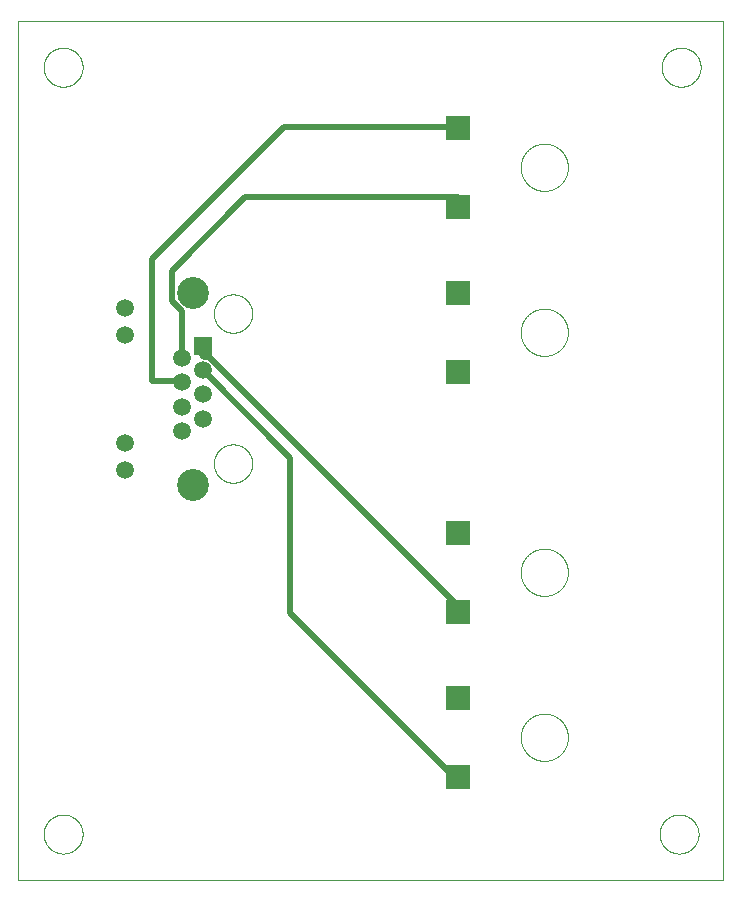
<source format=gbl>
G75*
%MOIN*%
%OFA0B0*%
%FSLAX25Y25*%
%IPPOS*%
%LPD*%
%AMOC8*
5,1,8,0,0,1.08239X$1,22.5*
%
%ADD10C,0.00000*%
%ADD11R,0.08268X0.08268*%
%ADD12R,0.05937X0.05937*%
%ADD13C,0.05937*%
%ADD14C,0.10630*%
%ADD15C,0.02000*%
D10*
X0001000Y0001000D02*
X0001000Y0287024D01*
X0236236Y0287024D01*
X0236236Y0001000D01*
X0001000Y0001000D01*
X0009657Y0016157D02*
X0009659Y0016318D01*
X0009665Y0016478D01*
X0009675Y0016639D01*
X0009689Y0016799D01*
X0009707Y0016959D01*
X0009728Y0017118D01*
X0009754Y0017277D01*
X0009784Y0017435D01*
X0009817Y0017592D01*
X0009855Y0017749D01*
X0009896Y0017904D01*
X0009941Y0018058D01*
X0009990Y0018211D01*
X0010043Y0018363D01*
X0010099Y0018514D01*
X0010160Y0018663D01*
X0010223Y0018811D01*
X0010291Y0018957D01*
X0010362Y0019101D01*
X0010436Y0019243D01*
X0010514Y0019384D01*
X0010596Y0019522D01*
X0010681Y0019659D01*
X0010769Y0019793D01*
X0010861Y0019925D01*
X0010956Y0020055D01*
X0011054Y0020183D01*
X0011155Y0020308D01*
X0011259Y0020430D01*
X0011366Y0020550D01*
X0011476Y0020667D01*
X0011589Y0020782D01*
X0011705Y0020893D01*
X0011824Y0021002D01*
X0011945Y0021107D01*
X0012069Y0021210D01*
X0012195Y0021310D01*
X0012323Y0021406D01*
X0012454Y0021499D01*
X0012588Y0021589D01*
X0012723Y0021676D01*
X0012861Y0021759D01*
X0013000Y0021839D01*
X0013142Y0021915D01*
X0013285Y0021988D01*
X0013430Y0022057D01*
X0013577Y0022123D01*
X0013725Y0022185D01*
X0013875Y0022243D01*
X0014026Y0022298D01*
X0014179Y0022349D01*
X0014333Y0022396D01*
X0014488Y0022439D01*
X0014644Y0022478D01*
X0014800Y0022514D01*
X0014958Y0022545D01*
X0015116Y0022573D01*
X0015275Y0022597D01*
X0015435Y0022617D01*
X0015595Y0022633D01*
X0015755Y0022645D01*
X0015916Y0022653D01*
X0016077Y0022657D01*
X0016237Y0022657D01*
X0016398Y0022653D01*
X0016559Y0022645D01*
X0016719Y0022633D01*
X0016879Y0022617D01*
X0017039Y0022597D01*
X0017198Y0022573D01*
X0017356Y0022545D01*
X0017514Y0022514D01*
X0017670Y0022478D01*
X0017826Y0022439D01*
X0017981Y0022396D01*
X0018135Y0022349D01*
X0018288Y0022298D01*
X0018439Y0022243D01*
X0018589Y0022185D01*
X0018737Y0022123D01*
X0018884Y0022057D01*
X0019029Y0021988D01*
X0019172Y0021915D01*
X0019314Y0021839D01*
X0019453Y0021759D01*
X0019591Y0021676D01*
X0019726Y0021589D01*
X0019860Y0021499D01*
X0019991Y0021406D01*
X0020119Y0021310D01*
X0020245Y0021210D01*
X0020369Y0021107D01*
X0020490Y0021002D01*
X0020609Y0020893D01*
X0020725Y0020782D01*
X0020838Y0020667D01*
X0020948Y0020550D01*
X0021055Y0020430D01*
X0021159Y0020308D01*
X0021260Y0020183D01*
X0021358Y0020055D01*
X0021453Y0019925D01*
X0021545Y0019793D01*
X0021633Y0019659D01*
X0021718Y0019522D01*
X0021800Y0019384D01*
X0021878Y0019243D01*
X0021952Y0019101D01*
X0022023Y0018957D01*
X0022091Y0018811D01*
X0022154Y0018663D01*
X0022215Y0018514D01*
X0022271Y0018363D01*
X0022324Y0018211D01*
X0022373Y0018058D01*
X0022418Y0017904D01*
X0022459Y0017749D01*
X0022497Y0017592D01*
X0022530Y0017435D01*
X0022560Y0017277D01*
X0022586Y0017118D01*
X0022607Y0016959D01*
X0022625Y0016799D01*
X0022639Y0016639D01*
X0022649Y0016478D01*
X0022655Y0016318D01*
X0022657Y0016157D01*
X0022655Y0015996D01*
X0022649Y0015836D01*
X0022639Y0015675D01*
X0022625Y0015515D01*
X0022607Y0015355D01*
X0022586Y0015196D01*
X0022560Y0015037D01*
X0022530Y0014879D01*
X0022497Y0014722D01*
X0022459Y0014565D01*
X0022418Y0014410D01*
X0022373Y0014256D01*
X0022324Y0014103D01*
X0022271Y0013951D01*
X0022215Y0013800D01*
X0022154Y0013651D01*
X0022091Y0013503D01*
X0022023Y0013357D01*
X0021952Y0013213D01*
X0021878Y0013071D01*
X0021800Y0012930D01*
X0021718Y0012792D01*
X0021633Y0012655D01*
X0021545Y0012521D01*
X0021453Y0012389D01*
X0021358Y0012259D01*
X0021260Y0012131D01*
X0021159Y0012006D01*
X0021055Y0011884D01*
X0020948Y0011764D01*
X0020838Y0011647D01*
X0020725Y0011532D01*
X0020609Y0011421D01*
X0020490Y0011312D01*
X0020369Y0011207D01*
X0020245Y0011104D01*
X0020119Y0011004D01*
X0019991Y0010908D01*
X0019860Y0010815D01*
X0019726Y0010725D01*
X0019591Y0010638D01*
X0019453Y0010555D01*
X0019314Y0010475D01*
X0019172Y0010399D01*
X0019029Y0010326D01*
X0018884Y0010257D01*
X0018737Y0010191D01*
X0018589Y0010129D01*
X0018439Y0010071D01*
X0018288Y0010016D01*
X0018135Y0009965D01*
X0017981Y0009918D01*
X0017826Y0009875D01*
X0017670Y0009836D01*
X0017514Y0009800D01*
X0017356Y0009769D01*
X0017198Y0009741D01*
X0017039Y0009717D01*
X0016879Y0009697D01*
X0016719Y0009681D01*
X0016559Y0009669D01*
X0016398Y0009661D01*
X0016237Y0009657D01*
X0016077Y0009657D01*
X0015916Y0009661D01*
X0015755Y0009669D01*
X0015595Y0009681D01*
X0015435Y0009697D01*
X0015275Y0009717D01*
X0015116Y0009741D01*
X0014958Y0009769D01*
X0014800Y0009800D01*
X0014644Y0009836D01*
X0014488Y0009875D01*
X0014333Y0009918D01*
X0014179Y0009965D01*
X0014026Y0010016D01*
X0013875Y0010071D01*
X0013725Y0010129D01*
X0013577Y0010191D01*
X0013430Y0010257D01*
X0013285Y0010326D01*
X0013142Y0010399D01*
X0013000Y0010475D01*
X0012861Y0010555D01*
X0012723Y0010638D01*
X0012588Y0010725D01*
X0012454Y0010815D01*
X0012323Y0010908D01*
X0012195Y0011004D01*
X0012069Y0011104D01*
X0011945Y0011207D01*
X0011824Y0011312D01*
X0011705Y0011421D01*
X0011589Y0011532D01*
X0011476Y0011647D01*
X0011366Y0011764D01*
X0011259Y0011884D01*
X0011155Y0012006D01*
X0011054Y0012131D01*
X0010956Y0012259D01*
X0010861Y0012389D01*
X0010769Y0012521D01*
X0010681Y0012655D01*
X0010596Y0012792D01*
X0010514Y0012930D01*
X0010436Y0013071D01*
X0010362Y0013213D01*
X0010291Y0013357D01*
X0010223Y0013503D01*
X0010160Y0013651D01*
X0010099Y0013800D01*
X0010043Y0013951D01*
X0009990Y0014103D01*
X0009941Y0014256D01*
X0009896Y0014410D01*
X0009855Y0014565D01*
X0009817Y0014722D01*
X0009784Y0014879D01*
X0009754Y0015037D01*
X0009728Y0015196D01*
X0009707Y0015355D01*
X0009689Y0015515D01*
X0009675Y0015675D01*
X0009665Y0015836D01*
X0009659Y0015996D01*
X0009657Y0016157D01*
X0066393Y0139661D02*
X0066395Y0139821D01*
X0066401Y0139980D01*
X0066411Y0140139D01*
X0066425Y0140298D01*
X0066443Y0140457D01*
X0066464Y0140615D01*
X0066490Y0140772D01*
X0066520Y0140929D01*
X0066553Y0141085D01*
X0066591Y0141240D01*
X0066632Y0141394D01*
X0066677Y0141547D01*
X0066726Y0141699D01*
X0066779Y0141849D01*
X0066835Y0141998D01*
X0066895Y0142146D01*
X0066959Y0142292D01*
X0067027Y0142437D01*
X0067098Y0142580D01*
X0067172Y0142721D01*
X0067250Y0142860D01*
X0067332Y0142997D01*
X0067417Y0143132D01*
X0067505Y0143265D01*
X0067596Y0143396D01*
X0067691Y0143524D01*
X0067789Y0143650D01*
X0067890Y0143774D01*
X0067994Y0143894D01*
X0068101Y0144013D01*
X0068211Y0144128D01*
X0068324Y0144241D01*
X0068439Y0144351D01*
X0068558Y0144458D01*
X0068678Y0144562D01*
X0068802Y0144663D01*
X0068928Y0144761D01*
X0069056Y0144856D01*
X0069187Y0144947D01*
X0069320Y0145035D01*
X0069455Y0145120D01*
X0069592Y0145202D01*
X0069731Y0145280D01*
X0069872Y0145354D01*
X0070015Y0145425D01*
X0070160Y0145493D01*
X0070306Y0145557D01*
X0070454Y0145617D01*
X0070603Y0145673D01*
X0070753Y0145726D01*
X0070905Y0145775D01*
X0071058Y0145820D01*
X0071212Y0145861D01*
X0071367Y0145899D01*
X0071523Y0145932D01*
X0071680Y0145962D01*
X0071837Y0145988D01*
X0071995Y0146009D01*
X0072154Y0146027D01*
X0072313Y0146041D01*
X0072472Y0146051D01*
X0072631Y0146057D01*
X0072791Y0146059D01*
X0072951Y0146057D01*
X0073110Y0146051D01*
X0073269Y0146041D01*
X0073428Y0146027D01*
X0073587Y0146009D01*
X0073745Y0145988D01*
X0073902Y0145962D01*
X0074059Y0145932D01*
X0074215Y0145899D01*
X0074370Y0145861D01*
X0074524Y0145820D01*
X0074677Y0145775D01*
X0074829Y0145726D01*
X0074979Y0145673D01*
X0075128Y0145617D01*
X0075276Y0145557D01*
X0075422Y0145493D01*
X0075567Y0145425D01*
X0075710Y0145354D01*
X0075851Y0145280D01*
X0075990Y0145202D01*
X0076127Y0145120D01*
X0076262Y0145035D01*
X0076395Y0144947D01*
X0076526Y0144856D01*
X0076654Y0144761D01*
X0076780Y0144663D01*
X0076904Y0144562D01*
X0077024Y0144458D01*
X0077143Y0144351D01*
X0077258Y0144241D01*
X0077371Y0144128D01*
X0077481Y0144013D01*
X0077588Y0143894D01*
X0077692Y0143774D01*
X0077793Y0143650D01*
X0077891Y0143524D01*
X0077986Y0143396D01*
X0078077Y0143265D01*
X0078165Y0143132D01*
X0078250Y0142997D01*
X0078332Y0142860D01*
X0078410Y0142721D01*
X0078484Y0142580D01*
X0078555Y0142437D01*
X0078623Y0142292D01*
X0078687Y0142146D01*
X0078747Y0141998D01*
X0078803Y0141849D01*
X0078856Y0141699D01*
X0078905Y0141547D01*
X0078950Y0141394D01*
X0078991Y0141240D01*
X0079029Y0141085D01*
X0079062Y0140929D01*
X0079092Y0140772D01*
X0079118Y0140615D01*
X0079139Y0140457D01*
X0079157Y0140298D01*
X0079171Y0140139D01*
X0079181Y0139980D01*
X0079187Y0139821D01*
X0079189Y0139661D01*
X0079187Y0139501D01*
X0079181Y0139342D01*
X0079171Y0139183D01*
X0079157Y0139024D01*
X0079139Y0138865D01*
X0079118Y0138707D01*
X0079092Y0138550D01*
X0079062Y0138393D01*
X0079029Y0138237D01*
X0078991Y0138082D01*
X0078950Y0137928D01*
X0078905Y0137775D01*
X0078856Y0137623D01*
X0078803Y0137473D01*
X0078747Y0137324D01*
X0078687Y0137176D01*
X0078623Y0137030D01*
X0078555Y0136885D01*
X0078484Y0136742D01*
X0078410Y0136601D01*
X0078332Y0136462D01*
X0078250Y0136325D01*
X0078165Y0136190D01*
X0078077Y0136057D01*
X0077986Y0135926D01*
X0077891Y0135798D01*
X0077793Y0135672D01*
X0077692Y0135548D01*
X0077588Y0135428D01*
X0077481Y0135309D01*
X0077371Y0135194D01*
X0077258Y0135081D01*
X0077143Y0134971D01*
X0077024Y0134864D01*
X0076904Y0134760D01*
X0076780Y0134659D01*
X0076654Y0134561D01*
X0076526Y0134466D01*
X0076395Y0134375D01*
X0076262Y0134287D01*
X0076127Y0134202D01*
X0075990Y0134120D01*
X0075851Y0134042D01*
X0075710Y0133968D01*
X0075567Y0133897D01*
X0075422Y0133829D01*
X0075276Y0133765D01*
X0075128Y0133705D01*
X0074979Y0133649D01*
X0074829Y0133596D01*
X0074677Y0133547D01*
X0074524Y0133502D01*
X0074370Y0133461D01*
X0074215Y0133423D01*
X0074059Y0133390D01*
X0073902Y0133360D01*
X0073745Y0133334D01*
X0073587Y0133313D01*
X0073428Y0133295D01*
X0073269Y0133281D01*
X0073110Y0133271D01*
X0072951Y0133265D01*
X0072791Y0133263D01*
X0072631Y0133265D01*
X0072472Y0133271D01*
X0072313Y0133281D01*
X0072154Y0133295D01*
X0071995Y0133313D01*
X0071837Y0133334D01*
X0071680Y0133360D01*
X0071523Y0133390D01*
X0071367Y0133423D01*
X0071212Y0133461D01*
X0071058Y0133502D01*
X0070905Y0133547D01*
X0070753Y0133596D01*
X0070603Y0133649D01*
X0070454Y0133705D01*
X0070306Y0133765D01*
X0070160Y0133829D01*
X0070015Y0133897D01*
X0069872Y0133968D01*
X0069731Y0134042D01*
X0069592Y0134120D01*
X0069455Y0134202D01*
X0069320Y0134287D01*
X0069187Y0134375D01*
X0069056Y0134466D01*
X0068928Y0134561D01*
X0068802Y0134659D01*
X0068678Y0134760D01*
X0068558Y0134864D01*
X0068439Y0134971D01*
X0068324Y0135081D01*
X0068211Y0135194D01*
X0068101Y0135309D01*
X0067994Y0135428D01*
X0067890Y0135548D01*
X0067789Y0135672D01*
X0067691Y0135798D01*
X0067596Y0135926D01*
X0067505Y0136057D01*
X0067417Y0136190D01*
X0067332Y0136325D01*
X0067250Y0136462D01*
X0067172Y0136601D01*
X0067098Y0136742D01*
X0067027Y0136885D01*
X0066959Y0137030D01*
X0066895Y0137176D01*
X0066835Y0137324D01*
X0066779Y0137473D01*
X0066726Y0137623D01*
X0066677Y0137775D01*
X0066632Y0137928D01*
X0066591Y0138082D01*
X0066553Y0138237D01*
X0066520Y0138393D01*
X0066490Y0138550D01*
X0066464Y0138707D01*
X0066443Y0138865D01*
X0066425Y0139024D01*
X0066411Y0139183D01*
X0066401Y0139342D01*
X0066395Y0139501D01*
X0066393Y0139661D01*
X0066393Y0189661D02*
X0066395Y0189821D01*
X0066401Y0189980D01*
X0066411Y0190139D01*
X0066425Y0190298D01*
X0066443Y0190457D01*
X0066464Y0190615D01*
X0066490Y0190772D01*
X0066520Y0190929D01*
X0066553Y0191085D01*
X0066591Y0191240D01*
X0066632Y0191394D01*
X0066677Y0191547D01*
X0066726Y0191699D01*
X0066779Y0191849D01*
X0066835Y0191998D01*
X0066895Y0192146D01*
X0066959Y0192292D01*
X0067027Y0192437D01*
X0067098Y0192580D01*
X0067172Y0192721D01*
X0067250Y0192860D01*
X0067332Y0192997D01*
X0067417Y0193132D01*
X0067505Y0193265D01*
X0067596Y0193396D01*
X0067691Y0193524D01*
X0067789Y0193650D01*
X0067890Y0193774D01*
X0067994Y0193894D01*
X0068101Y0194013D01*
X0068211Y0194128D01*
X0068324Y0194241D01*
X0068439Y0194351D01*
X0068558Y0194458D01*
X0068678Y0194562D01*
X0068802Y0194663D01*
X0068928Y0194761D01*
X0069056Y0194856D01*
X0069187Y0194947D01*
X0069320Y0195035D01*
X0069455Y0195120D01*
X0069592Y0195202D01*
X0069731Y0195280D01*
X0069872Y0195354D01*
X0070015Y0195425D01*
X0070160Y0195493D01*
X0070306Y0195557D01*
X0070454Y0195617D01*
X0070603Y0195673D01*
X0070753Y0195726D01*
X0070905Y0195775D01*
X0071058Y0195820D01*
X0071212Y0195861D01*
X0071367Y0195899D01*
X0071523Y0195932D01*
X0071680Y0195962D01*
X0071837Y0195988D01*
X0071995Y0196009D01*
X0072154Y0196027D01*
X0072313Y0196041D01*
X0072472Y0196051D01*
X0072631Y0196057D01*
X0072791Y0196059D01*
X0072951Y0196057D01*
X0073110Y0196051D01*
X0073269Y0196041D01*
X0073428Y0196027D01*
X0073587Y0196009D01*
X0073745Y0195988D01*
X0073902Y0195962D01*
X0074059Y0195932D01*
X0074215Y0195899D01*
X0074370Y0195861D01*
X0074524Y0195820D01*
X0074677Y0195775D01*
X0074829Y0195726D01*
X0074979Y0195673D01*
X0075128Y0195617D01*
X0075276Y0195557D01*
X0075422Y0195493D01*
X0075567Y0195425D01*
X0075710Y0195354D01*
X0075851Y0195280D01*
X0075990Y0195202D01*
X0076127Y0195120D01*
X0076262Y0195035D01*
X0076395Y0194947D01*
X0076526Y0194856D01*
X0076654Y0194761D01*
X0076780Y0194663D01*
X0076904Y0194562D01*
X0077024Y0194458D01*
X0077143Y0194351D01*
X0077258Y0194241D01*
X0077371Y0194128D01*
X0077481Y0194013D01*
X0077588Y0193894D01*
X0077692Y0193774D01*
X0077793Y0193650D01*
X0077891Y0193524D01*
X0077986Y0193396D01*
X0078077Y0193265D01*
X0078165Y0193132D01*
X0078250Y0192997D01*
X0078332Y0192860D01*
X0078410Y0192721D01*
X0078484Y0192580D01*
X0078555Y0192437D01*
X0078623Y0192292D01*
X0078687Y0192146D01*
X0078747Y0191998D01*
X0078803Y0191849D01*
X0078856Y0191699D01*
X0078905Y0191547D01*
X0078950Y0191394D01*
X0078991Y0191240D01*
X0079029Y0191085D01*
X0079062Y0190929D01*
X0079092Y0190772D01*
X0079118Y0190615D01*
X0079139Y0190457D01*
X0079157Y0190298D01*
X0079171Y0190139D01*
X0079181Y0189980D01*
X0079187Y0189821D01*
X0079189Y0189661D01*
X0079187Y0189501D01*
X0079181Y0189342D01*
X0079171Y0189183D01*
X0079157Y0189024D01*
X0079139Y0188865D01*
X0079118Y0188707D01*
X0079092Y0188550D01*
X0079062Y0188393D01*
X0079029Y0188237D01*
X0078991Y0188082D01*
X0078950Y0187928D01*
X0078905Y0187775D01*
X0078856Y0187623D01*
X0078803Y0187473D01*
X0078747Y0187324D01*
X0078687Y0187176D01*
X0078623Y0187030D01*
X0078555Y0186885D01*
X0078484Y0186742D01*
X0078410Y0186601D01*
X0078332Y0186462D01*
X0078250Y0186325D01*
X0078165Y0186190D01*
X0078077Y0186057D01*
X0077986Y0185926D01*
X0077891Y0185798D01*
X0077793Y0185672D01*
X0077692Y0185548D01*
X0077588Y0185428D01*
X0077481Y0185309D01*
X0077371Y0185194D01*
X0077258Y0185081D01*
X0077143Y0184971D01*
X0077024Y0184864D01*
X0076904Y0184760D01*
X0076780Y0184659D01*
X0076654Y0184561D01*
X0076526Y0184466D01*
X0076395Y0184375D01*
X0076262Y0184287D01*
X0076127Y0184202D01*
X0075990Y0184120D01*
X0075851Y0184042D01*
X0075710Y0183968D01*
X0075567Y0183897D01*
X0075422Y0183829D01*
X0075276Y0183765D01*
X0075128Y0183705D01*
X0074979Y0183649D01*
X0074829Y0183596D01*
X0074677Y0183547D01*
X0074524Y0183502D01*
X0074370Y0183461D01*
X0074215Y0183423D01*
X0074059Y0183390D01*
X0073902Y0183360D01*
X0073745Y0183334D01*
X0073587Y0183313D01*
X0073428Y0183295D01*
X0073269Y0183281D01*
X0073110Y0183271D01*
X0072951Y0183265D01*
X0072791Y0183263D01*
X0072631Y0183265D01*
X0072472Y0183271D01*
X0072313Y0183281D01*
X0072154Y0183295D01*
X0071995Y0183313D01*
X0071837Y0183334D01*
X0071680Y0183360D01*
X0071523Y0183390D01*
X0071367Y0183423D01*
X0071212Y0183461D01*
X0071058Y0183502D01*
X0070905Y0183547D01*
X0070753Y0183596D01*
X0070603Y0183649D01*
X0070454Y0183705D01*
X0070306Y0183765D01*
X0070160Y0183829D01*
X0070015Y0183897D01*
X0069872Y0183968D01*
X0069731Y0184042D01*
X0069592Y0184120D01*
X0069455Y0184202D01*
X0069320Y0184287D01*
X0069187Y0184375D01*
X0069056Y0184466D01*
X0068928Y0184561D01*
X0068802Y0184659D01*
X0068678Y0184760D01*
X0068558Y0184864D01*
X0068439Y0184971D01*
X0068324Y0185081D01*
X0068211Y0185194D01*
X0068101Y0185309D01*
X0067994Y0185428D01*
X0067890Y0185548D01*
X0067789Y0185672D01*
X0067691Y0185798D01*
X0067596Y0185926D01*
X0067505Y0186057D01*
X0067417Y0186190D01*
X0067332Y0186325D01*
X0067250Y0186462D01*
X0067172Y0186601D01*
X0067098Y0186742D01*
X0067027Y0186885D01*
X0066959Y0187030D01*
X0066895Y0187176D01*
X0066835Y0187324D01*
X0066779Y0187473D01*
X0066726Y0187623D01*
X0066677Y0187775D01*
X0066632Y0187928D01*
X0066591Y0188082D01*
X0066553Y0188237D01*
X0066520Y0188393D01*
X0066490Y0188550D01*
X0066464Y0188707D01*
X0066443Y0188865D01*
X0066425Y0189024D01*
X0066411Y0189183D01*
X0066401Y0189342D01*
X0066395Y0189501D01*
X0066393Y0189661D01*
X0009657Y0271768D02*
X0009659Y0271929D01*
X0009665Y0272089D01*
X0009675Y0272250D01*
X0009689Y0272410D01*
X0009707Y0272570D01*
X0009728Y0272729D01*
X0009754Y0272888D01*
X0009784Y0273046D01*
X0009817Y0273203D01*
X0009855Y0273360D01*
X0009896Y0273515D01*
X0009941Y0273669D01*
X0009990Y0273822D01*
X0010043Y0273974D01*
X0010099Y0274125D01*
X0010160Y0274274D01*
X0010223Y0274422D01*
X0010291Y0274568D01*
X0010362Y0274712D01*
X0010436Y0274854D01*
X0010514Y0274995D01*
X0010596Y0275133D01*
X0010681Y0275270D01*
X0010769Y0275404D01*
X0010861Y0275536D01*
X0010956Y0275666D01*
X0011054Y0275794D01*
X0011155Y0275919D01*
X0011259Y0276041D01*
X0011366Y0276161D01*
X0011476Y0276278D01*
X0011589Y0276393D01*
X0011705Y0276504D01*
X0011824Y0276613D01*
X0011945Y0276718D01*
X0012069Y0276821D01*
X0012195Y0276921D01*
X0012323Y0277017D01*
X0012454Y0277110D01*
X0012588Y0277200D01*
X0012723Y0277287D01*
X0012861Y0277370D01*
X0013000Y0277450D01*
X0013142Y0277526D01*
X0013285Y0277599D01*
X0013430Y0277668D01*
X0013577Y0277734D01*
X0013725Y0277796D01*
X0013875Y0277854D01*
X0014026Y0277909D01*
X0014179Y0277960D01*
X0014333Y0278007D01*
X0014488Y0278050D01*
X0014644Y0278089D01*
X0014800Y0278125D01*
X0014958Y0278156D01*
X0015116Y0278184D01*
X0015275Y0278208D01*
X0015435Y0278228D01*
X0015595Y0278244D01*
X0015755Y0278256D01*
X0015916Y0278264D01*
X0016077Y0278268D01*
X0016237Y0278268D01*
X0016398Y0278264D01*
X0016559Y0278256D01*
X0016719Y0278244D01*
X0016879Y0278228D01*
X0017039Y0278208D01*
X0017198Y0278184D01*
X0017356Y0278156D01*
X0017514Y0278125D01*
X0017670Y0278089D01*
X0017826Y0278050D01*
X0017981Y0278007D01*
X0018135Y0277960D01*
X0018288Y0277909D01*
X0018439Y0277854D01*
X0018589Y0277796D01*
X0018737Y0277734D01*
X0018884Y0277668D01*
X0019029Y0277599D01*
X0019172Y0277526D01*
X0019314Y0277450D01*
X0019453Y0277370D01*
X0019591Y0277287D01*
X0019726Y0277200D01*
X0019860Y0277110D01*
X0019991Y0277017D01*
X0020119Y0276921D01*
X0020245Y0276821D01*
X0020369Y0276718D01*
X0020490Y0276613D01*
X0020609Y0276504D01*
X0020725Y0276393D01*
X0020838Y0276278D01*
X0020948Y0276161D01*
X0021055Y0276041D01*
X0021159Y0275919D01*
X0021260Y0275794D01*
X0021358Y0275666D01*
X0021453Y0275536D01*
X0021545Y0275404D01*
X0021633Y0275270D01*
X0021718Y0275133D01*
X0021800Y0274995D01*
X0021878Y0274854D01*
X0021952Y0274712D01*
X0022023Y0274568D01*
X0022091Y0274422D01*
X0022154Y0274274D01*
X0022215Y0274125D01*
X0022271Y0273974D01*
X0022324Y0273822D01*
X0022373Y0273669D01*
X0022418Y0273515D01*
X0022459Y0273360D01*
X0022497Y0273203D01*
X0022530Y0273046D01*
X0022560Y0272888D01*
X0022586Y0272729D01*
X0022607Y0272570D01*
X0022625Y0272410D01*
X0022639Y0272250D01*
X0022649Y0272089D01*
X0022655Y0271929D01*
X0022657Y0271768D01*
X0022655Y0271607D01*
X0022649Y0271447D01*
X0022639Y0271286D01*
X0022625Y0271126D01*
X0022607Y0270966D01*
X0022586Y0270807D01*
X0022560Y0270648D01*
X0022530Y0270490D01*
X0022497Y0270333D01*
X0022459Y0270176D01*
X0022418Y0270021D01*
X0022373Y0269867D01*
X0022324Y0269714D01*
X0022271Y0269562D01*
X0022215Y0269411D01*
X0022154Y0269262D01*
X0022091Y0269114D01*
X0022023Y0268968D01*
X0021952Y0268824D01*
X0021878Y0268682D01*
X0021800Y0268541D01*
X0021718Y0268403D01*
X0021633Y0268266D01*
X0021545Y0268132D01*
X0021453Y0268000D01*
X0021358Y0267870D01*
X0021260Y0267742D01*
X0021159Y0267617D01*
X0021055Y0267495D01*
X0020948Y0267375D01*
X0020838Y0267258D01*
X0020725Y0267143D01*
X0020609Y0267032D01*
X0020490Y0266923D01*
X0020369Y0266818D01*
X0020245Y0266715D01*
X0020119Y0266615D01*
X0019991Y0266519D01*
X0019860Y0266426D01*
X0019726Y0266336D01*
X0019591Y0266249D01*
X0019453Y0266166D01*
X0019314Y0266086D01*
X0019172Y0266010D01*
X0019029Y0265937D01*
X0018884Y0265868D01*
X0018737Y0265802D01*
X0018589Y0265740D01*
X0018439Y0265682D01*
X0018288Y0265627D01*
X0018135Y0265576D01*
X0017981Y0265529D01*
X0017826Y0265486D01*
X0017670Y0265447D01*
X0017514Y0265411D01*
X0017356Y0265380D01*
X0017198Y0265352D01*
X0017039Y0265328D01*
X0016879Y0265308D01*
X0016719Y0265292D01*
X0016559Y0265280D01*
X0016398Y0265272D01*
X0016237Y0265268D01*
X0016077Y0265268D01*
X0015916Y0265272D01*
X0015755Y0265280D01*
X0015595Y0265292D01*
X0015435Y0265308D01*
X0015275Y0265328D01*
X0015116Y0265352D01*
X0014958Y0265380D01*
X0014800Y0265411D01*
X0014644Y0265447D01*
X0014488Y0265486D01*
X0014333Y0265529D01*
X0014179Y0265576D01*
X0014026Y0265627D01*
X0013875Y0265682D01*
X0013725Y0265740D01*
X0013577Y0265802D01*
X0013430Y0265868D01*
X0013285Y0265937D01*
X0013142Y0266010D01*
X0013000Y0266086D01*
X0012861Y0266166D01*
X0012723Y0266249D01*
X0012588Y0266336D01*
X0012454Y0266426D01*
X0012323Y0266519D01*
X0012195Y0266615D01*
X0012069Y0266715D01*
X0011945Y0266818D01*
X0011824Y0266923D01*
X0011705Y0267032D01*
X0011589Y0267143D01*
X0011476Y0267258D01*
X0011366Y0267375D01*
X0011259Y0267495D01*
X0011155Y0267617D01*
X0011054Y0267742D01*
X0010956Y0267870D01*
X0010861Y0268000D01*
X0010769Y0268132D01*
X0010681Y0268266D01*
X0010596Y0268403D01*
X0010514Y0268541D01*
X0010436Y0268682D01*
X0010362Y0268824D01*
X0010291Y0268968D01*
X0010223Y0269114D01*
X0010160Y0269262D01*
X0010099Y0269411D01*
X0010043Y0269562D01*
X0009990Y0269714D01*
X0009941Y0269867D01*
X0009896Y0270021D01*
X0009855Y0270176D01*
X0009817Y0270333D01*
X0009784Y0270490D01*
X0009754Y0270648D01*
X0009728Y0270807D01*
X0009707Y0270966D01*
X0009689Y0271126D01*
X0009675Y0271286D01*
X0009665Y0271447D01*
X0009659Y0271607D01*
X0009657Y0271768D01*
X0168677Y0238421D02*
X0168679Y0238614D01*
X0168686Y0238807D01*
X0168698Y0239000D01*
X0168715Y0239193D01*
X0168736Y0239385D01*
X0168762Y0239576D01*
X0168793Y0239767D01*
X0168828Y0239957D01*
X0168868Y0240146D01*
X0168913Y0240334D01*
X0168962Y0240521D01*
X0169016Y0240707D01*
X0169074Y0240891D01*
X0169137Y0241074D01*
X0169205Y0241255D01*
X0169276Y0241434D01*
X0169353Y0241612D01*
X0169433Y0241788D01*
X0169518Y0241961D01*
X0169607Y0242133D01*
X0169700Y0242302D01*
X0169797Y0242469D01*
X0169899Y0242634D01*
X0170004Y0242796D01*
X0170113Y0242955D01*
X0170227Y0243112D01*
X0170344Y0243265D01*
X0170464Y0243416D01*
X0170589Y0243564D01*
X0170717Y0243709D01*
X0170848Y0243850D01*
X0170983Y0243989D01*
X0171122Y0244124D01*
X0171263Y0244255D01*
X0171408Y0244383D01*
X0171556Y0244508D01*
X0171707Y0244628D01*
X0171860Y0244745D01*
X0172017Y0244859D01*
X0172176Y0244968D01*
X0172338Y0245073D01*
X0172503Y0245175D01*
X0172670Y0245272D01*
X0172839Y0245365D01*
X0173011Y0245454D01*
X0173184Y0245539D01*
X0173360Y0245619D01*
X0173538Y0245696D01*
X0173717Y0245767D01*
X0173898Y0245835D01*
X0174081Y0245898D01*
X0174265Y0245956D01*
X0174451Y0246010D01*
X0174638Y0246059D01*
X0174826Y0246104D01*
X0175015Y0246144D01*
X0175205Y0246179D01*
X0175396Y0246210D01*
X0175587Y0246236D01*
X0175779Y0246257D01*
X0175972Y0246274D01*
X0176165Y0246286D01*
X0176358Y0246293D01*
X0176551Y0246295D01*
X0176744Y0246293D01*
X0176937Y0246286D01*
X0177130Y0246274D01*
X0177323Y0246257D01*
X0177515Y0246236D01*
X0177706Y0246210D01*
X0177897Y0246179D01*
X0178087Y0246144D01*
X0178276Y0246104D01*
X0178464Y0246059D01*
X0178651Y0246010D01*
X0178837Y0245956D01*
X0179021Y0245898D01*
X0179204Y0245835D01*
X0179385Y0245767D01*
X0179564Y0245696D01*
X0179742Y0245619D01*
X0179918Y0245539D01*
X0180091Y0245454D01*
X0180263Y0245365D01*
X0180432Y0245272D01*
X0180599Y0245175D01*
X0180764Y0245073D01*
X0180926Y0244968D01*
X0181085Y0244859D01*
X0181242Y0244745D01*
X0181395Y0244628D01*
X0181546Y0244508D01*
X0181694Y0244383D01*
X0181839Y0244255D01*
X0181980Y0244124D01*
X0182119Y0243989D01*
X0182254Y0243850D01*
X0182385Y0243709D01*
X0182513Y0243564D01*
X0182638Y0243416D01*
X0182758Y0243265D01*
X0182875Y0243112D01*
X0182989Y0242955D01*
X0183098Y0242796D01*
X0183203Y0242634D01*
X0183305Y0242469D01*
X0183402Y0242302D01*
X0183495Y0242133D01*
X0183584Y0241961D01*
X0183669Y0241788D01*
X0183749Y0241612D01*
X0183826Y0241434D01*
X0183897Y0241255D01*
X0183965Y0241074D01*
X0184028Y0240891D01*
X0184086Y0240707D01*
X0184140Y0240521D01*
X0184189Y0240334D01*
X0184234Y0240146D01*
X0184274Y0239957D01*
X0184309Y0239767D01*
X0184340Y0239576D01*
X0184366Y0239385D01*
X0184387Y0239193D01*
X0184404Y0239000D01*
X0184416Y0238807D01*
X0184423Y0238614D01*
X0184425Y0238421D01*
X0184423Y0238228D01*
X0184416Y0238035D01*
X0184404Y0237842D01*
X0184387Y0237649D01*
X0184366Y0237457D01*
X0184340Y0237266D01*
X0184309Y0237075D01*
X0184274Y0236885D01*
X0184234Y0236696D01*
X0184189Y0236508D01*
X0184140Y0236321D01*
X0184086Y0236135D01*
X0184028Y0235951D01*
X0183965Y0235768D01*
X0183897Y0235587D01*
X0183826Y0235408D01*
X0183749Y0235230D01*
X0183669Y0235054D01*
X0183584Y0234881D01*
X0183495Y0234709D01*
X0183402Y0234540D01*
X0183305Y0234373D01*
X0183203Y0234208D01*
X0183098Y0234046D01*
X0182989Y0233887D01*
X0182875Y0233730D01*
X0182758Y0233577D01*
X0182638Y0233426D01*
X0182513Y0233278D01*
X0182385Y0233133D01*
X0182254Y0232992D01*
X0182119Y0232853D01*
X0181980Y0232718D01*
X0181839Y0232587D01*
X0181694Y0232459D01*
X0181546Y0232334D01*
X0181395Y0232214D01*
X0181242Y0232097D01*
X0181085Y0231983D01*
X0180926Y0231874D01*
X0180764Y0231769D01*
X0180599Y0231667D01*
X0180432Y0231570D01*
X0180263Y0231477D01*
X0180091Y0231388D01*
X0179918Y0231303D01*
X0179742Y0231223D01*
X0179564Y0231146D01*
X0179385Y0231075D01*
X0179204Y0231007D01*
X0179021Y0230944D01*
X0178837Y0230886D01*
X0178651Y0230832D01*
X0178464Y0230783D01*
X0178276Y0230738D01*
X0178087Y0230698D01*
X0177897Y0230663D01*
X0177706Y0230632D01*
X0177515Y0230606D01*
X0177323Y0230585D01*
X0177130Y0230568D01*
X0176937Y0230556D01*
X0176744Y0230549D01*
X0176551Y0230547D01*
X0176358Y0230549D01*
X0176165Y0230556D01*
X0175972Y0230568D01*
X0175779Y0230585D01*
X0175587Y0230606D01*
X0175396Y0230632D01*
X0175205Y0230663D01*
X0175015Y0230698D01*
X0174826Y0230738D01*
X0174638Y0230783D01*
X0174451Y0230832D01*
X0174265Y0230886D01*
X0174081Y0230944D01*
X0173898Y0231007D01*
X0173717Y0231075D01*
X0173538Y0231146D01*
X0173360Y0231223D01*
X0173184Y0231303D01*
X0173011Y0231388D01*
X0172839Y0231477D01*
X0172670Y0231570D01*
X0172503Y0231667D01*
X0172338Y0231769D01*
X0172176Y0231874D01*
X0172017Y0231983D01*
X0171860Y0232097D01*
X0171707Y0232214D01*
X0171556Y0232334D01*
X0171408Y0232459D01*
X0171263Y0232587D01*
X0171122Y0232718D01*
X0170983Y0232853D01*
X0170848Y0232992D01*
X0170717Y0233133D01*
X0170589Y0233278D01*
X0170464Y0233426D01*
X0170344Y0233577D01*
X0170227Y0233730D01*
X0170113Y0233887D01*
X0170004Y0234046D01*
X0169899Y0234208D01*
X0169797Y0234373D01*
X0169700Y0234540D01*
X0169607Y0234709D01*
X0169518Y0234881D01*
X0169433Y0235054D01*
X0169353Y0235230D01*
X0169276Y0235408D01*
X0169205Y0235587D01*
X0169137Y0235768D01*
X0169074Y0235951D01*
X0169016Y0236135D01*
X0168962Y0236321D01*
X0168913Y0236508D01*
X0168868Y0236696D01*
X0168828Y0236885D01*
X0168793Y0237075D01*
X0168762Y0237266D01*
X0168736Y0237457D01*
X0168715Y0237649D01*
X0168698Y0237842D01*
X0168686Y0238035D01*
X0168679Y0238228D01*
X0168677Y0238421D01*
X0168677Y0183421D02*
X0168679Y0183614D01*
X0168686Y0183807D01*
X0168698Y0184000D01*
X0168715Y0184193D01*
X0168736Y0184385D01*
X0168762Y0184576D01*
X0168793Y0184767D01*
X0168828Y0184957D01*
X0168868Y0185146D01*
X0168913Y0185334D01*
X0168962Y0185521D01*
X0169016Y0185707D01*
X0169074Y0185891D01*
X0169137Y0186074D01*
X0169205Y0186255D01*
X0169276Y0186434D01*
X0169353Y0186612D01*
X0169433Y0186788D01*
X0169518Y0186961D01*
X0169607Y0187133D01*
X0169700Y0187302D01*
X0169797Y0187469D01*
X0169899Y0187634D01*
X0170004Y0187796D01*
X0170113Y0187955D01*
X0170227Y0188112D01*
X0170344Y0188265D01*
X0170464Y0188416D01*
X0170589Y0188564D01*
X0170717Y0188709D01*
X0170848Y0188850D01*
X0170983Y0188989D01*
X0171122Y0189124D01*
X0171263Y0189255D01*
X0171408Y0189383D01*
X0171556Y0189508D01*
X0171707Y0189628D01*
X0171860Y0189745D01*
X0172017Y0189859D01*
X0172176Y0189968D01*
X0172338Y0190073D01*
X0172503Y0190175D01*
X0172670Y0190272D01*
X0172839Y0190365D01*
X0173011Y0190454D01*
X0173184Y0190539D01*
X0173360Y0190619D01*
X0173538Y0190696D01*
X0173717Y0190767D01*
X0173898Y0190835D01*
X0174081Y0190898D01*
X0174265Y0190956D01*
X0174451Y0191010D01*
X0174638Y0191059D01*
X0174826Y0191104D01*
X0175015Y0191144D01*
X0175205Y0191179D01*
X0175396Y0191210D01*
X0175587Y0191236D01*
X0175779Y0191257D01*
X0175972Y0191274D01*
X0176165Y0191286D01*
X0176358Y0191293D01*
X0176551Y0191295D01*
X0176744Y0191293D01*
X0176937Y0191286D01*
X0177130Y0191274D01*
X0177323Y0191257D01*
X0177515Y0191236D01*
X0177706Y0191210D01*
X0177897Y0191179D01*
X0178087Y0191144D01*
X0178276Y0191104D01*
X0178464Y0191059D01*
X0178651Y0191010D01*
X0178837Y0190956D01*
X0179021Y0190898D01*
X0179204Y0190835D01*
X0179385Y0190767D01*
X0179564Y0190696D01*
X0179742Y0190619D01*
X0179918Y0190539D01*
X0180091Y0190454D01*
X0180263Y0190365D01*
X0180432Y0190272D01*
X0180599Y0190175D01*
X0180764Y0190073D01*
X0180926Y0189968D01*
X0181085Y0189859D01*
X0181242Y0189745D01*
X0181395Y0189628D01*
X0181546Y0189508D01*
X0181694Y0189383D01*
X0181839Y0189255D01*
X0181980Y0189124D01*
X0182119Y0188989D01*
X0182254Y0188850D01*
X0182385Y0188709D01*
X0182513Y0188564D01*
X0182638Y0188416D01*
X0182758Y0188265D01*
X0182875Y0188112D01*
X0182989Y0187955D01*
X0183098Y0187796D01*
X0183203Y0187634D01*
X0183305Y0187469D01*
X0183402Y0187302D01*
X0183495Y0187133D01*
X0183584Y0186961D01*
X0183669Y0186788D01*
X0183749Y0186612D01*
X0183826Y0186434D01*
X0183897Y0186255D01*
X0183965Y0186074D01*
X0184028Y0185891D01*
X0184086Y0185707D01*
X0184140Y0185521D01*
X0184189Y0185334D01*
X0184234Y0185146D01*
X0184274Y0184957D01*
X0184309Y0184767D01*
X0184340Y0184576D01*
X0184366Y0184385D01*
X0184387Y0184193D01*
X0184404Y0184000D01*
X0184416Y0183807D01*
X0184423Y0183614D01*
X0184425Y0183421D01*
X0184423Y0183228D01*
X0184416Y0183035D01*
X0184404Y0182842D01*
X0184387Y0182649D01*
X0184366Y0182457D01*
X0184340Y0182266D01*
X0184309Y0182075D01*
X0184274Y0181885D01*
X0184234Y0181696D01*
X0184189Y0181508D01*
X0184140Y0181321D01*
X0184086Y0181135D01*
X0184028Y0180951D01*
X0183965Y0180768D01*
X0183897Y0180587D01*
X0183826Y0180408D01*
X0183749Y0180230D01*
X0183669Y0180054D01*
X0183584Y0179881D01*
X0183495Y0179709D01*
X0183402Y0179540D01*
X0183305Y0179373D01*
X0183203Y0179208D01*
X0183098Y0179046D01*
X0182989Y0178887D01*
X0182875Y0178730D01*
X0182758Y0178577D01*
X0182638Y0178426D01*
X0182513Y0178278D01*
X0182385Y0178133D01*
X0182254Y0177992D01*
X0182119Y0177853D01*
X0181980Y0177718D01*
X0181839Y0177587D01*
X0181694Y0177459D01*
X0181546Y0177334D01*
X0181395Y0177214D01*
X0181242Y0177097D01*
X0181085Y0176983D01*
X0180926Y0176874D01*
X0180764Y0176769D01*
X0180599Y0176667D01*
X0180432Y0176570D01*
X0180263Y0176477D01*
X0180091Y0176388D01*
X0179918Y0176303D01*
X0179742Y0176223D01*
X0179564Y0176146D01*
X0179385Y0176075D01*
X0179204Y0176007D01*
X0179021Y0175944D01*
X0178837Y0175886D01*
X0178651Y0175832D01*
X0178464Y0175783D01*
X0178276Y0175738D01*
X0178087Y0175698D01*
X0177897Y0175663D01*
X0177706Y0175632D01*
X0177515Y0175606D01*
X0177323Y0175585D01*
X0177130Y0175568D01*
X0176937Y0175556D01*
X0176744Y0175549D01*
X0176551Y0175547D01*
X0176358Y0175549D01*
X0176165Y0175556D01*
X0175972Y0175568D01*
X0175779Y0175585D01*
X0175587Y0175606D01*
X0175396Y0175632D01*
X0175205Y0175663D01*
X0175015Y0175698D01*
X0174826Y0175738D01*
X0174638Y0175783D01*
X0174451Y0175832D01*
X0174265Y0175886D01*
X0174081Y0175944D01*
X0173898Y0176007D01*
X0173717Y0176075D01*
X0173538Y0176146D01*
X0173360Y0176223D01*
X0173184Y0176303D01*
X0173011Y0176388D01*
X0172839Y0176477D01*
X0172670Y0176570D01*
X0172503Y0176667D01*
X0172338Y0176769D01*
X0172176Y0176874D01*
X0172017Y0176983D01*
X0171860Y0177097D01*
X0171707Y0177214D01*
X0171556Y0177334D01*
X0171408Y0177459D01*
X0171263Y0177587D01*
X0171122Y0177718D01*
X0170983Y0177853D01*
X0170848Y0177992D01*
X0170717Y0178133D01*
X0170589Y0178278D01*
X0170464Y0178426D01*
X0170344Y0178577D01*
X0170227Y0178730D01*
X0170113Y0178887D01*
X0170004Y0179046D01*
X0169899Y0179208D01*
X0169797Y0179373D01*
X0169700Y0179540D01*
X0169607Y0179709D01*
X0169518Y0179881D01*
X0169433Y0180054D01*
X0169353Y0180230D01*
X0169276Y0180408D01*
X0169205Y0180587D01*
X0169137Y0180768D01*
X0169074Y0180951D01*
X0169016Y0181135D01*
X0168962Y0181321D01*
X0168913Y0181508D01*
X0168868Y0181696D01*
X0168828Y0181885D01*
X0168793Y0182075D01*
X0168762Y0182266D01*
X0168736Y0182457D01*
X0168715Y0182649D01*
X0168698Y0182842D01*
X0168686Y0183035D01*
X0168679Y0183228D01*
X0168677Y0183421D01*
X0168677Y0103421D02*
X0168679Y0103614D01*
X0168686Y0103807D01*
X0168698Y0104000D01*
X0168715Y0104193D01*
X0168736Y0104385D01*
X0168762Y0104576D01*
X0168793Y0104767D01*
X0168828Y0104957D01*
X0168868Y0105146D01*
X0168913Y0105334D01*
X0168962Y0105521D01*
X0169016Y0105707D01*
X0169074Y0105891D01*
X0169137Y0106074D01*
X0169205Y0106255D01*
X0169276Y0106434D01*
X0169353Y0106612D01*
X0169433Y0106788D01*
X0169518Y0106961D01*
X0169607Y0107133D01*
X0169700Y0107302D01*
X0169797Y0107469D01*
X0169899Y0107634D01*
X0170004Y0107796D01*
X0170113Y0107955D01*
X0170227Y0108112D01*
X0170344Y0108265D01*
X0170464Y0108416D01*
X0170589Y0108564D01*
X0170717Y0108709D01*
X0170848Y0108850D01*
X0170983Y0108989D01*
X0171122Y0109124D01*
X0171263Y0109255D01*
X0171408Y0109383D01*
X0171556Y0109508D01*
X0171707Y0109628D01*
X0171860Y0109745D01*
X0172017Y0109859D01*
X0172176Y0109968D01*
X0172338Y0110073D01*
X0172503Y0110175D01*
X0172670Y0110272D01*
X0172839Y0110365D01*
X0173011Y0110454D01*
X0173184Y0110539D01*
X0173360Y0110619D01*
X0173538Y0110696D01*
X0173717Y0110767D01*
X0173898Y0110835D01*
X0174081Y0110898D01*
X0174265Y0110956D01*
X0174451Y0111010D01*
X0174638Y0111059D01*
X0174826Y0111104D01*
X0175015Y0111144D01*
X0175205Y0111179D01*
X0175396Y0111210D01*
X0175587Y0111236D01*
X0175779Y0111257D01*
X0175972Y0111274D01*
X0176165Y0111286D01*
X0176358Y0111293D01*
X0176551Y0111295D01*
X0176744Y0111293D01*
X0176937Y0111286D01*
X0177130Y0111274D01*
X0177323Y0111257D01*
X0177515Y0111236D01*
X0177706Y0111210D01*
X0177897Y0111179D01*
X0178087Y0111144D01*
X0178276Y0111104D01*
X0178464Y0111059D01*
X0178651Y0111010D01*
X0178837Y0110956D01*
X0179021Y0110898D01*
X0179204Y0110835D01*
X0179385Y0110767D01*
X0179564Y0110696D01*
X0179742Y0110619D01*
X0179918Y0110539D01*
X0180091Y0110454D01*
X0180263Y0110365D01*
X0180432Y0110272D01*
X0180599Y0110175D01*
X0180764Y0110073D01*
X0180926Y0109968D01*
X0181085Y0109859D01*
X0181242Y0109745D01*
X0181395Y0109628D01*
X0181546Y0109508D01*
X0181694Y0109383D01*
X0181839Y0109255D01*
X0181980Y0109124D01*
X0182119Y0108989D01*
X0182254Y0108850D01*
X0182385Y0108709D01*
X0182513Y0108564D01*
X0182638Y0108416D01*
X0182758Y0108265D01*
X0182875Y0108112D01*
X0182989Y0107955D01*
X0183098Y0107796D01*
X0183203Y0107634D01*
X0183305Y0107469D01*
X0183402Y0107302D01*
X0183495Y0107133D01*
X0183584Y0106961D01*
X0183669Y0106788D01*
X0183749Y0106612D01*
X0183826Y0106434D01*
X0183897Y0106255D01*
X0183965Y0106074D01*
X0184028Y0105891D01*
X0184086Y0105707D01*
X0184140Y0105521D01*
X0184189Y0105334D01*
X0184234Y0105146D01*
X0184274Y0104957D01*
X0184309Y0104767D01*
X0184340Y0104576D01*
X0184366Y0104385D01*
X0184387Y0104193D01*
X0184404Y0104000D01*
X0184416Y0103807D01*
X0184423Y0103614D01*
X0184425Y0103421D01*
X0184423Y0103228D01*
X0184416Y0103035D01*
X0184404Y0102842D01*
X0184387Y0102649D01*
X0184366Y0102457D01*
X0184340Y0102266D01*
X0184309Y0102075D01*
X0184274Y0101885D01*
X0184234Y0101696D01*
X0184189Y0101508D01*
X0184140Y0101321D01*
X0184086Y0101135D01*
X0184028Y0100951D01*
X0183965Y0100768D01*
X0183897Y0100587D01*
X0183826Y0100408D01*
X0183749Y0100230D01*
X0183669Y0100054D01*
X0183584Y0099881D01*
X0183495Y0099709D01*
X0183402Y0099540D01*
X0183305Y0099373D01*
X0183203Y0099208D01*
X0183098Y0099046D01*
X0182989Y0098887D01*
X0182875Y0098730D01*
X0182758Y0098577D01*
X0182638Y0098426D01*
X0182513Y0098278D01*
X0182385Y0098133D01*
X0182254Y0097992D01*
X0182119Y0097853D01*
X0181980Y0097718D01*
X0181839Y0097587D01*
X0181694Y0097459D01*
X0181546Y0097334D01*
X0181395Y0097214D01*
X0181242Y0097097D01*
X0181085Y0096983D01*
X0180926Y0096874D01*
X0180764Y0096769D01*
X0180599Y0096667D01*
X0180432Y0096570D01*
X0180263Y0096477D01*
X0180091Y0096388D01*
X0179918Y0096303D01*
X0179742Y0096223D01*
X0179564Y0096146D01*
X0179385Y0096075D01*
X0179204Y0096007D01*
X0179021Y0095944D01*
X0178837Y0095886D01*
X0178651Y0095832D01*
X0178464Y0095783D01*
X0178276Y0095738D01*
X0178087Y0095698D01*
X0177897Y0095663D01*
X0177706Y0095632D01*
X0177515Y0095606D01*
X0177323Y0095585D01*
X0177130Y0095568D01*
X0176937Y0095556D01*
X0176744Y0095549D01*
X0176551Y0095547D01*
X0176358Y0095549D01*
X0176165Y0095556D01*
X0175972Y0095568D01*
X0175779Y0095585D01*
X0175587Y0095606D01*
X0175396Y0095632D01*
X0175205Y0095663D01*
X0175015Y0095698D01*
X0174826Y0095738D01*
X0174638Y0095783D01*
X0174451Y0095832D01*
X0174265Y0095886D01*
X0174081Y0095944D01*
X0173898Y0096007D01*
X0173717Y0096075D01*
X0173538Y0096146D01*
X0173360Y0096223D01*
X0173184Y0096303D01*
X0173011Y0096388D01*
X0172839Y0096477D01*
X0172670Y0096570D01*
X0172503Y0096667D01*
X0172338Y0096769D01*
X0172176Y0096874D01*
X0172017Y0096983D01*
X0171860Y0097097D01*
X0171707Y0097214D01*
X0171556Y0097334D01*
X0171408Y0097459D01*
X0171263Y0097587D01*
X0171122Y0097718D01*
X0170983Y0097853D01*
X0170848Y0097992D01*
X0170717Y0098133D01*
X0170589Y0098278D01*
X0170464Y0098426D01*
X0170344Y0098577D01*
X0170227Y0098730D01*
X0170113Y0098887D01*
X0170004Y0099046D01*
X0169899Y0099208D01*
X0169797Y0099373D01*
X0169700Y0099540D01*
X0169607Y0099709D01*
X0169518Y0099881D01*
X0169433Y0100054D01*
X0169353Y0100230D01*
X0169276Y0100408D01*
X0169205Y0100587D01*
X0169137Y0100768D01*
X0169074Y0100951D01*
X0169016Y0101135D01*
X0168962Y0101321D01*
X0168913Y0101508D01*
X0168868Y0101696D01*
X0168828Y0101885D01*
X0168793Y0102075D01*
X0168762Y0102266D01*
X0168736Y0102457D01*
X0168715Y0102649D01*
X0168698Y0102842D01*
X0168686Y0103035D01*
X0168679Y0103228D01*
X0168677Y0103421D01*
X0168677Y0048421D02*
X0168679Y0048614D01*
X0168686Y0048807D01*
X0168698Y0049000D01*
X0168715Y0049193D01*
X0168736Y0049385D01*
X0168762Y0049576D01*
X0168793Y0049767D01*
X0168828Y0049957D01*
X0168868Y0050146D01*
X0168913Y0050334D01*
X0168962Y0050521D01*
X0169016Y0050707D01*
X0169074Y0050891D01*
X0169137Y0051074D01*
X0169205Y0051255D01*
X0169276Y0051434D01*
X0169353Y0051612D01*
X0169433Y0051788D01*
X0169518Y0051961D01*
X0169607Y0052133D01*
X0169700Y0052302D01*
X0169797Y0052469D01*
X0169899Y0052634D01*
X0170004Y0052796D01*
X0170113Y0052955D01*
X0170227Y0053112D01*
X0170344Y0053265D01*
X0170464Y0053416D01*
X0170589Y0053564D01*
X0170717Y0053709D01*
X0170848Y0053850D01*
X0170983Y0053989D01*
X0171122Y0054124D01*
X0171263Y0054255D01*
X0171408Y0054383D01*
X0171556Y0054508D01*
X0171707Y0054628D01*
X0171860Y0054745D01*
X0172017Y0054859D01*
X0172176Y0054968D01*
X0172338Y0055073D01*
X0172503Y0055175D01*
X0172670Y0055272D01*
X0172839Y0055365D01*
X0173011Y0055454D01*
X0173184Y0055539D01*
X0173360Y0055619D01*
X0173538Y0055696D01*
X0173717Y0055767D01*
X0173898Y0055835D01*
X0174081Y0055898D01*
X0174265Y0055956D01*
X0174451Y0056010D01*
X0174638Y0056059D01*
X0174826Y0056104D01*
X0175015Y0056144D01*
X0175205Y0056179D01*
X0175396Y0056210D01*
X0175587Y0056236D01*
X0175779Y0056257D01*
X0175972Y0056274D01*
X0176165Y0056286D01*
X0176358Y0056293D01*
X0176551Y0056295D01*
X0176744Y0056293D01*
X0176937Y0056286D01*
X0177130Y0056274D01*
X0177323Y0056257D01*
X0177515Y0056236D01*
X0177706Y0056210D01*
X0177897Y0056179D01*
X0178087Y0056144D01*
X0178276Y0056104D01*
X0178464Y0056059D01*
X0178651Y0056010D01*
X0178837Y0055956D01*
X0179021Y0055898D01*
X0179204Y0055835D01*
X0179385Y0055767D01*
X0179564Y0055696D01*
X0179742Y0055619D01*
X0179918Y0055539D01*
X0180091Y0055454D01*
X0180263Y0055365D01*
X0180432Y0055272D01*
X0180599Y0055175D01*
X0180764Y0055073D01*
X0180926Y0054968D01*
X0181085Y0054859D01*
X0181242Y0054745D01*
X0181395Y0054628D01*
X0181546Y0054508D01*
X0181694Y0054383D01*
X0181839Y0054255D01*
X0181980Y0054124D01*
X0182119Y0053989D01*
X0182254Y0053850D01*
X0182385Y0053709D01*
X0182513Y0053564D01*
X0182638Y0053416D01*
X0182758Y0053265D01*
X0182875Y0053112D01*
X0182989Y0052955D01*
X0183098Y0052796D01*
X0183203Y0052634D01*
X0183305Y0052469D01*
X0183402Y0052302D01*
X0183495Y0052133D01*
X0183584Y0051961D01*
X0183669Y0051788D01*
X0183749Y0051612D01*
X0183826Y0051434D01*
X0183897Y0051255D01*
X0183965Y0051074D01*
X0184028Y0050891D01*
X0184086Y0050707D01*
X0184140Y0050521D01*
X0184189Y0050334D01*
X0184234Y0050146D01*
X0184274Y0049957D01*
X0184309Y0049767D01*
X0184340Y0049576D01*
X0184366Y0049385D01*
X0184387Y0049193D01*
X0184404Y0049000D01*
X0184416Y0048807D01*
X0184423Y0048614D01*
X0184425Y0048421D01*
X0184423Y0048228D01*
X0184416Y0048035D01*
X0184404Y0047842D01*
X0184387Y0047649D01*
X0184366Y0047457D01*
X0184340Y0047266D01*
X0184309Y0047075D01*
X0184274Y0046885D01*
X0184234Y0046696D01*
X0184189Y0046508D01*
X0184140Y0046321D01*
X0184086Y0046135D01*
X0184028Y0045951D01*
X0183965Y0045768D01*
X0183897Y0045587D01*
X0183826Y0045408D01*
X0183749Y0045230D01*
X0183669Y0045054D01*
X0183584Y0044881D01*
X0183495Y0044709D01*
X0183402Y0044540D01*
X0183305Y0044373D01*
X0183203Y0044208D01*
X0183098Y0044046D01*
X0182989Y0043887D01*
X0182875Y0043730D01*
X0182758Y0043577D01*
X0182638Y0043426D01*
X0182513Y0043278D01*
X0182385Y0043133D01*
X0182254Y0042992D01*
X0182119Y0042853D01*
X0181980Y0042718D01*
X0181839Y0042587D01*
X0181694Y0042459D01*
X0181546Y0042334D01*
X0181395Y0042214D01*
X0181242Y0042097D01*
X0181085Y0041983D01*
X0180926Y0041874D01*
X0180764Y0041769D01*
X0180599Y0041667D01*
X0180432Y0041570D01*
X0180263Y0041477D01*
X0180091Y0041388D01*
X0179918Y0041303D01*
X0179742Y0041223D01*
X0179564Y0041146D01*
X0179385Y0041075D01*
X0179204Y0041007D01*
X0179021Y0040944D01*
X0178837Y0040886D01*
X0178651Y0040832D01*
X0178464Y0040783D01*
X0178276Y0040738D01*
X0178087Y0040698D01*
X0177897Y0040663D01*
X0177706Y0040632D01*
X0177515Y0040606D01*
X0177323Y0040585D01*
X0177130Y0040568D01*
X0176937Y0040556D01*
X0176744Y0040549D01*
X0176551Y0040547D01*
X0176358Y0040549D01*
X0176165Y0040556D01*
X0175972Y0040568D01*
X0175779Y0040585D01*
X0175587Y0040606D01*
X0175396Y0040632D01*
X0175205Y0040663D01*
X0175015Y0040698D01*
X0174826Y0040738D01*
X0174638Y0040783D01*
X0174451Y0040832D01*
X0174265Y0040886D01*
X0174081Y0040944D01*
X0173898Y0041007D01*
X0173717Y0041075D01*
X0173538Y0041146D01*
X0173360Y0041223D01*
X0173184Y0041303D01*
X0173011Y0041388D01*
X0172839Y0041477D01*
X0172670Y0041570D01*
X0172503Y0041667D01*
X0172338Y0041769D01*
X0172176Y0041874D01*
X0172017Y0041983D01*
X0171860Y0042097D01*
X0171707Y0042214D01*
X0171556Y0042334D01*
X0171408Y0042459D01*
X0171263Y0042587D01*
X0171122Y0042718D01*
X0170983Y0042853D01*
X0170848Y0042992D01*
X0170717Y0043133D01*
X0170589Y0043278D01*
X0170464Y0043426D01*
X0170344Y0043577D01*
X0170227Y0043730D01*
X0170113Y0043887D01*
X0170004Y0044046D01*
X0169899Y0044208D01*
X0169797Y0044373D01*
X0169700Y0044540D01*
X0169607Y0044709D01*
X0169518Y0044881D01*
X0169433Y0045054D01*
X0169353Y0045230D01*
X0169276Y0045408D01*
X0169205Y0045587D01*
X0169137Y0045768D01*
X0169074Y0045951D01*
X0169016Y0046135D01*
X0168962Y0046321D01*
X0168913Y0046508D01*
X0168868Y0046696D01*
X0168828Y0046885D01*
X0168793Y0047075D01*
X0168762Y0047266D01*
X0168736Y0047457D01*
X0168715Y0047649D01*
X0168698Y0047842D01*
X0168686Y0048035D01*
X0168679Y0048228D01*
X0168677Y0048421D01*
X0214972Y0016157D02*
X0214974Y0016318D01*
X0214980Y0016478D01*
X0214990Y0016639D01*
X0215004Y0016799D01*
X0215022Y0016959D01*
X0215043Y0017118D01*
X0215069Y0017277D01*
X0215099Y0017435D01*
X0215132Y0017592D01*
X0215170Y0017749D01*
X0215211Y0017904D01*
X0215256Y0018058D01*
X0215305Y0018211D01*
X0215358Y0018363D01*
X0215414Y0018514D01*
X0215475Y0018663D01*
X0215538Y0018811D01*
X0215606Y0018957D01*
X0215677Y0019101D01*
X0215751Y0019243D01*
X0215829Y0019384D01*
X0215911Y0019522D01*
X0215996Y0019659D01*
X0216084Y0019793D01*
X0216176Y0019925D01*
X0216271Y0020055D01*
X0216369Y0020183D01*
X0216470Y0020308D01*
X0216574Y0020430D01*
X0216681Y0020550D01*
X0216791Y0020667D01*
X0216904Y0020782D01*
X0217020Y0020893D01*
X0217139Y0021002D01*
X0217260Y0021107D01*
X0217384Y0021210D01*
X0217510Y0021310D01*
X0217638Y0021406D01*
X0217769Y0021499D01*
X0217903Y0021589D01*
X0218038Y0021676D01*
X0218176Y0021759D01*
X0218315Y0021839D01*
X0218457Y0021915D01*
X0218600Y0021988D01*
X0218745Y0022057D01*
X0218892Y0022123D01*
X0219040Y0022185D01*
X0219190Y0022243D01*
X0219341Y0022298D01*
X0219494Y0022349D01*
X0219648Y0022396D01*
X0219803Y0022439D01*
X0219959Y0022478D01*
X0220115Y0022514D01*
X0220273Y0022545D01*
X0220431Y0022573D01*
X0220590Y0022597D01*
X0220750Y0022617D01*
X0220910Y0022633D01*
X0221070Y0022645D01*
X0221231Y0022653D01*
X0221392Y0022657D01*
X0221552Y0022657D01*
X0221713Y0022653D01*
X0221874Y0022645D01*
X0222034Y0022633D01*
X0222194Y0022617D01*
X0222354Y0022597D01*
X0222513Y0022573D01*
X0222671Y0022545D01*
X0222829Y0022514D01*
X0222985Y0022478D01*
X0223141Y0022439D01*
X0223296Y0022396D01*
X0223450Y0022349D01*
X0223603Y0022298D01*
X0223754Y0022243D01*
X0223904Y0022185D01*
X0224052Y0022123D01*
X0224199Y0022057D01*
X0224344Y0021988D01*
X0224487Y0021915D01*
X0224629Y0021839D01*
X0224768Y0021759D01*
X0224906Y0021676D01*
X0225041Y0021589D01*
X0225175Y0021499D01*
X0225306Y0021406D01*
X0225434Y0021310D01*
X0225560Y0021210D01*
X0225684Y0021107D01*
X0225805Y0021002D01*
X0225924Y0020893D01*
X0226040Y0020782D01*
X0226153Y0020667D01*
X0226263Y0020550D01*
X0226370Y0020430D01*
X0226474Y0020308D01*
X0226575Y0020183D01*
X0226673Y0020055D01*
X0226768Y0019925D01*
X0226860Y0019793D01*
X0226948Y0019659D01*
X0227033Y0019522D01*
X0227115Y0019384D01*
X0227193Y0019243D01*
X0227267Y0019101D01*
X0227338Y0018957D01*
X0227406Y0018811D01*
X0227469Y0018663D01*
X0227530Y0018514D01*
X0227586Y0018363D01*
X0227639Y0018211D01*
X0227688Y0018058D01*
X0227733Y0017904D01*
X0227774Y0017749D01*
X0227812Y0017592D01*
X0227845Y0017435D01*
X0227875Y0017277D01*
X0227901Y0017118D01*
X0227922Y0016959D01*
X0227940Y0016799D01*
X0227954Y0016639D01*
X0227964Y0016478D01*
X0227970Y0016318D01*
X0227972Y0016157D01*
X0227970Y0015996D01*
X0227964Y0015836D01*
X0227954Y0015675D01*
X0227940Y0015515D01*
X0227922Y0015355D01*
X0227901Y0015196D01*
X0227875Y0015037D01*
X0227845Y0014879D01*
X0227812Y0014722D01*
X0227774Y0014565D01*
X0227733Y0014410D01*
X0227688Y0014256D01*
X0227639Y0014103D01*
X0227586Y0013951D01*
X0227530Y0013800D01*
X0227469Y0013651D01*
X0227406Y0013503D01*
X0227338Y0013357D01*
X0227267Y0013213D01*
X0227193Y0013071D01*
X0227115Y0012930D01*
X0227033Y0012792D01*
X0226948Y0012655D01*
X0226860Y0012521D01*
X0226768Y0012389D01*
X0226673Y0012259D01*
X0226575Y0012131D01*
X0226474Y0012006D01*
X0226370Y0011884D01*
X0226263Y0011764D01*
X0226153Y0011647D01*
X0226040Y0011532D01*
X0225924Y0011421D01*
X0225805Y0011312D01*
X0225684Y0011207D01*
X0225560Y0011104D01*
X0225434Y0011004D01*
X0225306Y0010908D01*
X0225175Y0010815D01*
X0225041Y0010725D01*
X0224906Y0010638D01*
X0224768Y0010555D01*
X0224629Y0010475D01*
X0224487Y0010399D01*
X0224344Y0010326D01*
X0224199Y0010257D01*
X0224052Y0010191D01*
X0223904Y0010129D01*
X0223754Y0010071D01*
X0223603Y0010016D01*
X0223450Y0009965D01*
X0223296Y0009918D01*
X0223141Y0009875D01*
X0222985Y0009836D01*
X0222829Y0009800D01*
X0222671Y0009769D01*
X0222513Y0009741D01*
X0222354Y0009717D01*
X0222194Y0009697D01*
X0222034Y0009681D01*
X0221874Y0009669D01*
X0221713Y0009661D01*
X0221552Y0009657D01*
X0221392Y0009657D01*
X0221231Y0009661D01*
X0221070Y0009669D01*
X0220910Y0009681D01*
X0220750Y0009697D01*
X0220590Y0009717D01*
X0220431Y0009741D01*
X0220273Y0009769D01*
X0220115Y0009800D01*
X0219959Y0009836D01*
X0219803Y0009875D01*
X0219648Y0009918D01*
X0219494Y0009965D01*
X0219341Y0010016D01*
X0219190Y0010071D01*
X0219040Y0010129D01*
X0218892Y0010191D01*
X0218745Y0010257D01*
X0218600Y0010326D01*
X0218457Y0010399D01*
X0218315Y0010475D01*
X0218176Y0010555D01*
X0218038Y0010638D01*
X0217903Y0010725D01*
X0217769Y0010815D01*
X0217638Y0010908D01*
X0217510Y0011004D01*
X0217384Y0011104D01*
X0217260Y0011207D01*
X0217139Y0011312D01*
X0217020Y0011421D01*
X0216904Y0011532D01*
X0216791Y0011647D01*
X0216681Y0011764D01*
X0216574Y0011884D01*
X0216470Y0012006D01*
X0216369Y0012131D01*
X0216271Y0012259D01*
X0216176Y0012389D01*
X0216084Y0012521D01*
X0215996Y0012655D01*
X0215911Y0012792D01*
X0215829Y0012930D01*
X0215751Y0013071D01*
X0215677Y0013213D01*
X0215606Y0013357D01*
X0215538Y0013503D01*
X0215475Y0013651D01*
X0215414Y0013800D01*
X0215358Y0013951D01*
X0215305Y0014103D01*
X0215256Y0014256D01*
X0215211Y0014410D01*
X0215170Y0014565D01*
X0215132Y0014722D01*
X0215099Y0014879D01*
X0215069Y0015037D01*
X0215043Y0015196D01*
X0215022Y0015355D01*
X0215004Y0015515D01*
X0214990Y0015675D01*
X0214980Y0015836D01*
X0214974Y0015996D01*
X0214972Y0016157D01*
X0215661Y0271768D02*
X0215663Y0271929D01*
X0215669Y0272089D01*
X0215679Y0272250D01*
X0215693Y0272410D01*
X0215711Y0272570D01*
X0215732Y0272729D01*
X0215758Y0272888D01*
X0215788Y0273046D01*
X0215821Y0273203D01*
X0215859Y0273360D01*
X0215900Y0273515D01*
X0215945Y0273669D01*
X0215994Y0273822D01*
X0216047Y0273974D01*
X0216103Y0274125D01*
X0216164Y0274274D01*
X0216227Y0274422D01*
X0216295Y0274568D01*
X0216366Y0274712D01*
X0216440Y0274854D01*
X0216518Y0274995D01*
X0216600Y0275133D01*
X0216685Y0275270D01*
X0216773Y0275404D01*
X0216865Y0275536D01*
X0216960Y0275666D01*
X0217058Y0275794D01*
X0217159Y0275919D01*
X0217263Y0276041D01*
X0217370Y0276161D01*
X0217480Y0276278D01*
X0217593Y0276393D01*
X0217709Y0276504D01*
X0217828Y0276613D01*
X0217949Y0276718D01*
X0218073Y0276821D01*
X0218199Y0276921D01*
X0218327Y0277017D01*
X0218458Y0277110D01*
X0218592Y0277200D01*
X0218727Y0277287D01*
X0218865Y0277370D01*
X0219004Y0277450D01*
X0219146Y0277526D01*
X0219289Y0277599D01*
X0219434Y0277668D01*
X0219581Y0277734D01*
X0219729Y0277796D01*
X0219879Y0277854D01*
X0220030Y0277909D01*
X0220183Y0277960D01*
X0220337Y0278007D01*
X0220492Y0278050D01*
X0220648Y0278089D01*
X0220804Y0278125D01*
X0220962Y0278156D01*
X0221120Y0278184D01*
X0221279Y0278208D01*
X0221439Y0278228D01*
X0221599Y0278244D01*
X0221759Y0278256D01*
X0221920Y0278264D01*
X0222081Y0278268D01*
X0222241Y0278268D01*
X0222402Y0278264D01*
X0222563Y0278256D01*
X0222723Y0278244D01*
X0222883Y0278228D01*
X0223043Y0278208D01*
X0223202Y0278184D01*
X0223360Y0278156D01*
X0223518Y0278125D01*
X0223674Y0278089D01*
X0223830Y0278050D01*
X0223985Y0278007D01*
X0224139Y0277960D01*
X0224292Y0277909D01*
X0224443Y0277854D01*
X0224593Y0277796D01*
X0224741Y0277734D01*
X0224888Y0277668D01*
X0225033Y0277599D01*
X0225176Y0277526D01*
X0225318Y0277450D01*
X0225457Y0277370D01*
X0225595Y0277287D01*
X0225730Y0277200D01*
X0225864Y0277110D01*
X0225995Y0277017D01*
X0226123Y0276921D01*
X0226249Y0276821D01*
X0226373Y0276718D01*
X0226494Y0276613D01*
X0226613Y0276504D01*
X0226729Y0276393D01*
X0226842Y0276278D01*
X0226952Y0276161D01*
X0227059Y0276041D01*
X0227163Y0275919D01*
X0227264Y0275794D01*
X0227362Y0275666D01*
X0227457Y0275536D01*
X0227549Y0275404D01*
X0227637Y0275270D01*
X0227722Y0275133D01*
X0227804Y0274995D01*
X0227882Y0274854D01*
X0227956Y0274712D01*
X0228027Y0274568D01*
X0228095Y0274422D01*
X0228158Y0274274D01*
X0228219Y0274125D01*
X0228275Y0273974D01*
X0228328Y0273822D01*
X0228377Y0273669D01*
X0228422Y0273515D01*
X0228463Y0273360D01*
X0228501Y0273203D01*
X0228534Y0273046D01*
X0228564Y0272888D01*
X0228590Y0272729D01*
X0228611Y0272570D01*
X0228629Y0272410D01*
X0228643Y0272250D01*
X0228653Y0272089D01*
X0228659Y0271929D01*
X0228661Y0271768D01*
X0228659Y0271607D01*
X0228653Y0271447D01*
X0228643Y0271286D01*
X0228629Y0271126D01*
X0228611Y0270966D01*
X0228590Y0270807D01*
X0228564Y0270648D01*
X0228534Y0270490D01*
X0228501Y0270333D01*
X0228463Y0270176D01*
X0228422Y0270021D01*
X0228377Y0269867D01*
X0228328Y0269714D01*
X0228275Y0269562D01*
X0228219Y0269411D01*
X0228158Y0269262D01*
X0228095Y0269114D01*
X0228027Y0268968D01*
X0227956Y0268824D01*
X0227882Y0268682D01*
X0227804Y0268541D01*
X0227722Y0268403D01*
X0227637Y0268266D01*
X0227549Y0268132D01*
X0227457Y0268000D01*
X0227362Y0267870D01*
X0227264Y0267742D01*
X0227163Y0267617D01*
X0227059Y0267495D01*
X0226952Y0267375D01*
X0226842Y0267258D01*
X0226729Y0267143D01*
X0226613Y0267032D01*
X0226494Y0266923D01*
X0226373Y0266818D01*
X0226249Y0266715D01*
X0226123Y0266615D01*
X0225995Y0266519D01*
X0225864Y0266426D01*
X0225730Y0266336D01*
X0225595Y0266249D01*
X0225457Y0266166D01*
X0225318Y0266086D01*
X0225176Y0266010D01*
X0225033Y0265937D01*
X0224888Y0265868D01*
X0224741Y0265802D01*
X0224593Y0265740D01*
X0224443Y0265682D01*
X0224292Y0265627D01*
X0224139Y0265576D01*
X0223985Y0265529D01*
X0223830Y0265486D01*
X0223674Y0265447D01*
X0223518Y0265411D01*
X0223360Y0265380D01*
X0223202Y0265352D01*
X0223043Y0265328D01*
X0222883Y0265308D01*
X0222723Y0265292D01*
X0222563Y0265280D01*
X0222402Y0265272D01*
X0222241Y0265268D01*
X0222081Y0265268D01*
X0221920Y0265272D01*
X0221759Y0265280D01*
X0221599Y0265292D01*
X0221439Y0265308D01*
X0221279Y0265328D01*
X0221120Y0265352D01*
X0220962Y0265380D01*
X0220804Y0265411D01*
X0220648Y0265447D01*
X0220492Y0265486D01*
X0220337Y0265529D01*
X0220183Y0265576D01*
X0220030Y0265627D01*
X0219879Y0265682D01*
X0219729Y0265740D01*
X0219581Y0265802D01*
X0219434Y0265868D01*
X0219289Y0265937D01*
X0219146Y0266010D01*
X0219004Y0266086D01*
X0218865Y0266166D01*
X0218727Y0266249D01*
X0218592Y0266336D01*
X0218458Y0266426D01*
X0218327Y0266519D01*
X0218199Y0266615D01*
X0218073Y0266715D01*
X0217949Y0266818D01*
X0217828Y0266923D01*
X0217709Y0267032D01*
X0217593Y0267143D01*
X0217480Y0267258D01*
X0217370Y0267375D01*
X0217263Y0267495D01*
X0217159Y0267617D01*
X0217058Y0267742D01*
X0216960Y0267870D01*
X0216865Y0268000D01*
X0216773Y0268132D01*
X0216685Y0268266D01*
X0216600Y0268403D01*
X0216518Y0268541D01*
X0216440Y0268682D01*
X0216366Y0268824D01*
X0216295Y0268968D01*
X0216227Y0269114D01*
X0216164Y0269262D01*
X0216103Y0269411D01*
X0216047Y0269562D01*
X0215994Y0269714D01*
X0215945Y0269867D01*
X0215900Y0270021D01*
X0215859Y0270176D01*
X0215821Y0270333D01*
X0215788Y0270490D01*
X0215758Y0270648D01*
X0215732Y0270807D01*
X0215711Y0270966D01*
X0215693Y0271126D01*
X0215679Y0271286D01*
X0215669Y0271447D01*
X0215663Y0271607D01*
X0215661Y0271768D01*
D11*
X0147654Y0251571D03*
X0147654Y0225272D03*
X0147654Y0196571D03*
X0147654Y0170272D03*
X0147654Y0116571D03*
X0147654Y0090272D03*
X0147654Y0061571D03*
X0147654Y0035272D03*
D12*
X0062791Y0178756D03*
D13*
X0062791Y0170724D03*
X0062791Y0162693D03*
X0062791Y0154661D03*
X0055783Y0150646D03*
X0055783Y0158677D03*
X0055783Y0166709D03*
X0055783Y0174740D03*
X0036807Y0182654D03*
X0036807Y0191669D03*
X0036807Y0146669D03*
X0036807Y0137654D03*
D14*
X0059287Y0132654D03*
X0059287Y0196669D03*
D15*
X0055783Y0190394D02*
X0052372Y0193805D01*
X0052372Y0203947D01*
X0076787Y0228362D01*
X0147752Y0228362D01*
X0149130Y0226984D01*
X0149130Y0226748D01*
X0147654Y0225272D01*
X0145685Y0251787D02*
X0089878Y0251787D01*
X0045783Y0207693D01*
X0045783Y0167043D01*
X0055449Y0167043D01*
X0055783Y0166709D01*
X0055783Y0158677D02*
X0055783Y0157107D01*
X0062791Y0170724D02*
X0091945Y0141571D01*
X0091945Y0089878D01*
X0146551Y0035272D01*
X0147654Y0035272D01*
X0147654Y0090272D02*
X0145980Y0090272D01*
X0145685Y0090567D01*
X0147654Y0090272D02*
X0147654Y0092323D01*
X0064684Y0175293D01*
X0063026Y0175293D01*
X0062319Y0176000D01*
X0062319Y0178283D01*
X0062791Y0178756D01*
X0055783Y0174740D02*
X0055783Y0190394D01*
X0145685Y0251787D02*
X0146374Y0252476D01*
X0150508Y0252476D01*
X0149819Y0251787D01*
X0145685Y0251787D01*
M02*

</source>
